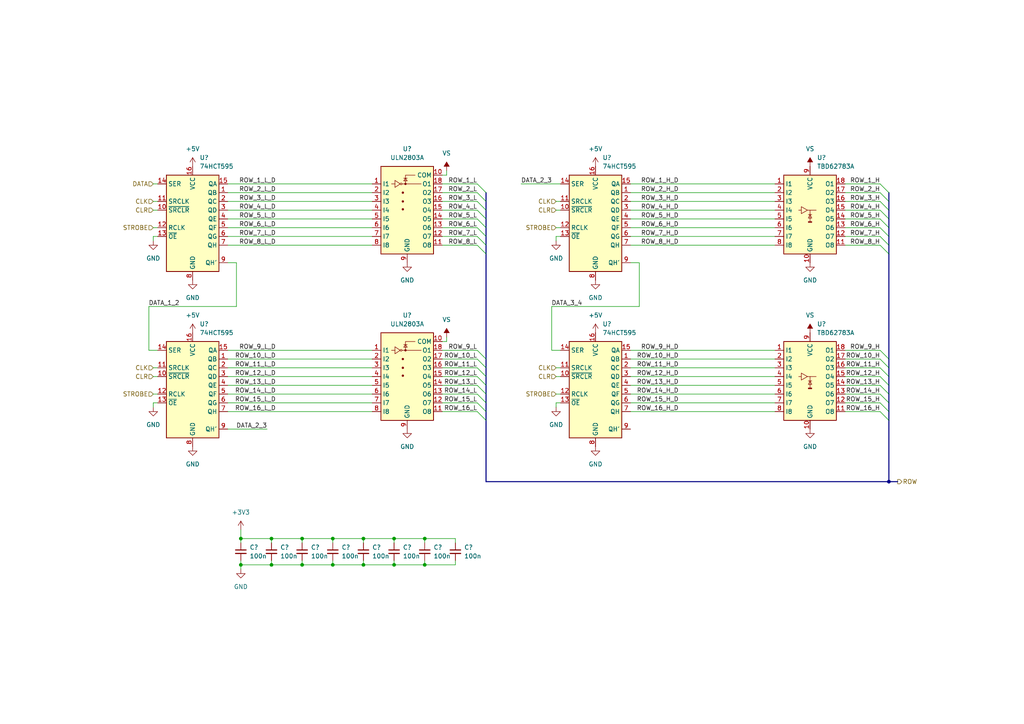
<source format=kicad_sch>
(kicad_sch (version 20211123) (generator eeschema)
  (paper "A4")
  (lib_symbols
    (symbol "74xx:74HC595"
      (property "Reference" "U" (at -7.62 13.97 0))
      (property "Value" "74HC595" (at -7.62 -16.51 0))
      (symbol "74HC595_1_0"
        (pin tri_state line (at 10.16 7.62 180) (length 2.54) (name "QB") (number "1"))
        (pin input line (at -10.16 2.54 0) (length 2.54) (name "~{SRCLR}") (number "10"))
        (pin input line (at -10.16 5.08 0) (length 2.54) (name "SRCLK") (number "11"))
        (pin input line (at -10.16 -2.54 0) (length 2.54) (name "RCLK") (number "12"))
        (pin input line (at -10.16 -5.08 0) (length 2.54) (name "~{OE}") (number "13"))
        (pin input line (at -10.16 10.16 0) (length 2.54) (name "SER") (number "14"))
        (pin tri_state line (at 10.16 10.16 180) (length 2.54) (name "QA") (number "15"))
        (pin power_in line (at 0 15.24 270) (length 2.54) (name "VCC") (number "16"))
        (pin tri_state line (at 10.16 5.08 180) (length 2.54) (name "QC") (number "2"))
        (pin tri_state line (at 10.16 2.54 180) (length 2.54) (name "QD") (number "3"))
        (pin tri_state line (at 10.16 0 180) (length 2.54) (name "QE") (number "4"))
        (pin tri_state line (at 10.16 -2.54 180) (length 2.54) (name "QF") (number "5"))
        (pin tri_state line (at 10.16 -5.08 180) (length 2.54) (name "QG") (number "6"))
        (pin tri_state line (at 10.16 -7.62 180) (length 2.54) (name "QH") (number "7"))
        (pin power_in line (at 0 -17.78 90) (length 2.54) (name "GND") (number "8"))
        (pin output line (at 10.16 -12.7 180) (length 2.54) (name "QH'") (number "9"))
      )
      (symbol "74HC595_1_1"
        (rectangle (start -7.62 12.7) (end 7.62 -15.24) (stroke (width 0.254)) (fill (type background)))
      )
    )
    (symbol "Device:C_Small" (pin_numbers hide) (pin_names (offset 0.254) hide)
      (property "Reference" "C" (at 0.254 1.778 0))
      (property "Value" "C_Small" (at 0.254 -2.032 0))
      (symbol "C_Small_0_1"
        (polyline (pts (xy -1.524 -0.508) (xy 1.524 -0.508)) (stroke (width 0.3302)))
        (polyline (pts (xy -1.524 0.508) (xy 1.524 0.508)) (stroke (width 0.3048)))
      )
      (symbol "C_Small_1_1"
        (pin passive line (at 0 2.54 270) (length 2.032) (name "~") (number "1"))
        (pin passive line (at 0 -2.54 90) (length 2.032) (name "~") (number "2"))
      )
    )
    (symbol "Transistor_Array:TBD62783A"
      (property "Reference" "U" (at -7.62 11.43 0))
      (property "Value" "TBD62783A" (at 1.27 11.43 0))
      (symbol "TBD62783A_0_1"
        (rectangle (start -7.62 10.16) (end 7.62 -12.7) (stroke (width 0.254)) (fill (type background)))
        (rectangle (start -0.508 -3.302) (end 0.508 -3.556) (fill (type outline)))
        (polyline (pts (xy -1.778 -2.794) (xy -1.778 -2.794)) (stroke (width 0.254)))
        (polyline (pts (xy -1.778 -2.032) (xy -1.778 -2.032)) (stroke (width 0.254)))
        (polyline (pts (xy -1.778 -1.27) (xy -1.778 -1.27)) (stroke (width 0.254)))
        (polyline (pts (xy -1.778 1.27) (xy -1.778 1.27)) (stroke (width 0.254)))
        (polyline (pts (xy -1.778 2.032) (xy -1.778 2.032)) (stroke (width 0.254)))
        (polyline (pts (xy -1.778 2.794) (xy -1.778 2.794)) (stroke (width 0.254)))
        (polyline (pts (xy -0.762 0) (xy 1.778 0)))
        (polyline (pts (xy -0.508 -1.27) (xy 0.508 -1.27)))
        (polyline (pts (xy 0 0) (xy 0 -3.302)))
        (polyline (pts (xy 0 0) (xy 0 0)) (stroke (width 0.508)))
        (polyline (pts (xy 0 -1.27) (xy -0.508 -2.286) (xy 0.508 -2.286) (xy 0 -1.27)))
        (polyline (pts (xy -3.302 0) (xy -2.54 0) (xy -2.54 1.016) (xy -0.762 0) (xy -2.54 -1.016) (xy -2.54 0)))
      )
      (symbol "TBD62783A_1_1"
        (pin input line (at -10.16 7.62 0) (length 2.54) (name "I1") (number "1"))
        (pin power_in line (at 0 -15.24 90) (length 2.54) (name "GND") (number "10"))
        (pin open_emitter line (at 10.16 -10.16 180) (length 2.54) (name "O8") (number "11"))
        (pin open_emitter line (at 10.16 -7.62 180) (length 2.54) (name "O7") (number "12"))
        (pin open_emitter line (at 10.16 -5.08 180) (length 2.54) (name "O6") (number "13"))
        (pin open_emitter line (at 10.16 -2.54 180) (length 2.54) (name "O5") (number "14"))
        (pin open_emitter line (at 10.16 0 180) (length 2.54) (name "O4") (number "15"))
        (pin open_emitter line (at 10.16 2.54 180) (length 2.54) (name "O3") (number "16"))
        (pin open_emitter line (at 10.16 5.08 180) (length 2.54) (name "O2") (number "17"))
        (pin open_emitter line (at 10.16 7.62 180) (length 2.54) (name "O1") (number "18"))
        (pin input line (at -10.16 5.08 0) (length 2.54) (name "I2") (number "2"))
        (pin input line (at -10.16 2.54 0) (length 2.54) (name "I3") (number "3"))
        (pin input line (at -10.16 0 0) (length 2.54) (name "I4") (number "4"))
        (pin input line (at -10.16 -2.54 0) (length 2.54) (name "I5") (number "5"))
        (pin input line (at -10.16 -5.08 0) (length 2.54) (name "I6") (number "6"))
        (pin input line (at -10.16 -7.62 0) (length 2.54) (name "I7") (number "7"))
        (pin input line (at -10.16 -10.16 0) (length 2.54) (name "I8") (number "8"))
        (pin power_in line (at 0 12.7 270) (length 2.54) (name "VCC") (number "9"))
      )
    )
    (symbol "Transistor_Array:ULN2803A"
      (property "Reference" "U" (at 0 13.335 0))
      (property "Value" "ULN2803A" (at 0 11.43 0))
      (symbol "ULN2803A_0_1"
        (rectangle (start -7.62 -15.24) (end 7.62 10.16) (stroke (width 0.254)) (fill (type background)))
        (circle (center -1.778 5.08) (radius 0.254))
        (circle (center -1.27 -2.286) (radius 0.254) (fill (type outline)))
        (circle (center -1.27 0) (radius 0.254) (fill (type outline)))
        (circle (center -1.27 2.54) (radius 0.254) (fill (type outline)))
        (circle (center -0.508 5.08) (radius 0.254) (fill (type outline)))
        (polyline (pts (xy -4.572 5.08) (xy -3.556 5.08)))
        (polyline (pts (xy -1.524 5.08) (xy 4.064 5.08)))
        (polyline (pts (xy 0 6.731) (xy -1.016 6.731)))
        (polyline (pts (xy -0.508 5.08) (xy -0.508 7.62) (xy 2.286 7.62)))
        (polyline (pts (xy -3.556 6.096) (xy -3.556 4.064) (xy -2.032 5.08) (xy -3.556 6.096)))
        (polyline (pts (xy 0 5.969) (xy -1.016 5.969) (xy -0.508 6.731) (xy 0 5.969)))
      )
      (symbol "ULN2803A_1_1"
        (pin input line (at -10.16 5.08 0) (length 2.54) (name "I1") (number "1"))
        (pin passive line (at 10.16 7.62 180) (length 2.54) (name "COM") (number "10"))
        (pin open_collector line (at 10.16 -12.7 180) (length 2.54) (name "O8") (number "11"))
        (pin open_collector line (at 10.16 -10.16 180) (length 2.54) (name "O7") (number "12"))
        (pin open_collector line (at 10.16 -7.62 180) (length 2.54) (name "O6") (number "13"))
        (pin open_collector line (at 10.16 -5.08 180) (length 2.54) (name "O5") (number "14"))
        (pin open_collector line (at 10.16 -2.54 180) (length 2.54) (name "O4") (number "15"))
        (pin open_collector line (at 10.16 0 180) (length 2.54) (name "O3") (number "16"))
        (pin open_collector line (at 10.16 2.54 180) (length 2.54) (name "O2") (number "17"))
        (pin open_collector line (at 10.16 5.08 180) (length 2.54) (name "O1") (number "18"))
        (pin input line (at -10.16 2.54 0) (length 2.54) (name "I2") (number "2"))
        (pin input line (at -10.16 0 0) (length 2.54) (name "I3") (number "3"))
        (pin input line (at -10.16 -2.54 0) (length 2.54) (name "I4") (number "4"))
        (pin input line (at -10.16 -5.08 0) (length 2.54) (name "I5") (number "5"))
        (pin input line (at -10.16 -7.62 0) (length 2.54) (name "I6") (number "6"))
        (pin input line (at -10.16 -10.16 0) (length 2.54) (name "I7") (number "7"))
        (pin input line (at -10.16 -12.7 0) (length 2.54) (name "I8") (number "8"))
        (pin power_in line (at 0 -17.78 90) (length 2.54) (name "GND") (number "9"))
      )
    )
    (symbol "power:+3V3" (power) (pin_names (offset 0))
      (property "Value" "+3V3" (at 0 3.556 0))
      (symbol "+3V3_0_1"
        (polyline (pts (xy -0.762 1.27) (xy 0 2.54)))
        (polyline (pts (xy 0 0) (xy 0 2.54)))
        (polyline (pts (xy 0 2.54) (xy 0.762 1.27)))
      )
      (symbol "+3V3_1_1"
        (pin power_in line (at 0 0 90) (length 0) hide (name "+3V3") (number "1"))
      )
    )
    (symbol "power:+5V" (power) (pin_names (offset 0))
      (property "Value" "+5V" (at 0 3.556 0))
      (symbol "+5V_0_1"
        (polyline (pts (xy -0.762 1.27) (xy 0 2.54)))
        (polyline (pts (xy 0 0) (xy 0 2.54)))
        (polyline (pts (xy 0 2.54) (xy 0.762 1.27)))
      )
      (symbol "+5V_1_1"
        (pin power_in line (at 0 0 90) (length 0) hide (name "+5V") (number "1"))
      )
    )
    (symbol "power:GND" (power) (pin_names (offset 0))
      (property "Value" "GND" (at 0 -3.81 0))
      (symbol "GND_0_1"
        (polyline (pts (xy 0 0) (xy 0 -1.27) (xy 1.27 -1.27) (xy 0 -2.54) (xy -1.27 -1.27) (xy 0 -1.27)))
      )
      (symbol "GND_1_1"
        (pin power_in line (at 0 0 270) (length 0) hide (name "GND") (number "1"))
      )
    )
    (symbol "power:VS" (power) (pin_names (offset 0))
      (property "Value" "VS" (at 0 3.81 0))
      (symbol "VS_0_1"
        (polyline (pts (xy 0 0) (xy 0 2.54)))
        (polyline (pts (xy 0.762 1.27) (xy -0.762 1.27) (xy 0 2.54) (xy 0.762 1.27)) (fill (type outline)))
      )
      (symbol "VS_1_1"
        (pin power_in line (at 0 0 90) (length 0) hide (name "VS") (number "1"))
      )
    )
  )
  (junction (at 87.63 156.21))
  (junction (at 69.85 156.21))
  (junction (at 96.52 156.21))
  (junction (at 123.19 156.21))
  (junction (at 257.81 139.7))
  (junction (at 105.41 163.83))
  (junction (at 69.85 163.83))
  (junction (at 96.52 163.83))
  (junction (at 78.74 156.21))
  (junction (at 87.63 163.83))
  (junction (at 78.74 163.83))
  (junction (at 105.41 156.21))
  (junction (at 114.3 156.21))
  (junction (at 123.19 163.83))
  (junction (at 114.3 163.83))
  (bus_entry (at 138.43 60.96) (size 2.54 2.54))
  (bus_entry (at 138.43 63.5) (size 2.54 2.54))
  (bus_entry (at 138.43 58.42) (size 2.54 2.54))
  (bus_entry (at 138.43 68.58) (size 2.54 2.54))
  (bus_entry (at 138.43 66.04) (size 2.54 2.54))
  (bus_entry (at 138.43 71.12) (size 2.54 2.54))
  (bus_entry (at 138.43 55.88) (size 2.54 2.54))
  (bus_entry (at 138.43 53.34) (size 2.54 2.54))
  (bus_entry (at 255.27 63.5) (size 2.54 2.54))
  (bus_entry (at 255.27 66.04) (size 2.54 2.54))
  (bus_entry (at 255.27 104.14) (size 2.54 2.54))
  (bus_entry (at 255.27 60.96) (size 2.54 2.54))
  (bus_entry (at 255.27 114.3) (size 2.54 2.54))
  (bus_entry (at 138.43 114.3) (size 2.54 2.54))
  (bus_entry (at 255.27 58.42) (size 2.54 2.54))
  (bus_entry (at 138.43 119.38) (size 2.54 2.54))
  (bus_entry (at 255.27 68.58) (size 2.54 2.54))
  (bus_entry (at 255.27 71.12) (size 2.54 2.54))
  (bus_entry (at 138.43 104.14) (size 2.54 2.54))
  (bus_entry (at 255.27 111.76) (size 2.54 2.54))
  (bus_entry (at 255.27 53.34) (size 2.54 2.54))
  (bus_entry (at 255.27 55.88) (size 2.54 2.54))
  (bus_entry (at 255.27 119.38) (size 2.54 2.54))
  (bus_entry (at 138.43 109.22) (size 2.54 2.54))
  (bus_entry (at 138.43 111.76) (size 2.54 2.54))
  (bus_entry (at 138.43 106.68) (size 2.54 2.54))
  (bus_entry (at 255.27 101.6) (size 2.54 2.54))
  (bus_entry (at 255.27 109.22) (size 2.54 2.54))
  (bus_entry (at 255.27 116.84) (size 2.54 2.54))
  (bus_entry (at 138.43 116.84) (size 2.54 2.54))
  (bus_entry (at 255.27 106.68) (size 2.54 2.54))
  (bus_entry (at 138.43 101.6) (size 2.54 2.54))
  (wire (pts (xy 69.85 162.56) (xy 69.85 163.83)))
  (wire (pts (xy 161.29 68.58) (xy 161.29 69.85)))
  (wire (pts (xy 105.41 157.48) (xy 105.41 156.21)))
  (wire (pts (xy 44.45 58.42) (xy 45.72 58.42)))
  (wire (pts (xy 66.04 124.46) (xy 77.47 124.46)))
  (wire (pts (xy 182.88 119.38) (xy 224.79 119.38)))
  (wire (pts (xy 182.88 71.12) (xy 224.79 71.12)))
  (wire (pts (xy 245.11 101.6) (xy 255.27 101.6)))
  (wire (pts (xy 245.11 104.14) (xy 255.27 104.14)))
  (bus (pts (xy 257.81 58.42) (xy 257.81 60.96)))
  (bus (pts (xy 257.81 116.84) (xy 257.81 119.38)))
  (wire (pts (xy 161.29 109.22) (xy 162.56 109.22)))
  (wire (pts (xy 160.02 88.9) (xy 160.02 101.6)))
  (bus (pts (xy 257.81 63.5) (xy 257.81 66.04)))
  (wire (pts (xy 66.04 111.76) (xy 107.95 111.76)))
  (wire (pts (xy 162.56 116.84) (xy 161.29 116.84)))
  (wire (pts (xy 245.11 111.76) (xy 255.27 111.76)))
  (wire (pts (xy 161.29 66.04) (xy 162.56 66.04)))
  (bus (pts (xy 257.81 71.12) (xy 257.81 73.66)))
  (wire (pts (xy 245.11 71.12) (xy 255.27 71.12)))
  (wire (pts (xy 69.85 157.48) (xy 69.85 156.21)))
  (bus (pts (xy 140.97 114.3) (xy 140.97 116.84)))
  (bus (pts (xy 140.97 116.84) (xy 140.97 119.38)))
  (wire (pts (xy 87.63 163.83) (xy 96.52 163.83)))
  (wire (pts (xy 129.54 97.79) (xy 129.54 99.06)))
  (wire (pts (xy 66.04 53.34) (xy 107.95 53.34)))
  (wire (pts (xy 128.27 109.22) (xy 138.43 109.22)))
  (wire (pts (xy 245.11 63.5) (xy 255.27 63.5)))
  (wire (pts (xy 44.45 53.34) (xy 45.72 53.34)))
  (wire (pts (xy 182.88 76.2) (xy 185.42 76.2)))
  (wire (pts (xy 245.11 53.34) (xy 255.27 53.34)))
  (bus (pts (xy 140.97 119.38) (xy 140.97 121.92)))
  (wire (pts (xy 66.04 55.88) (xy 107.95 55.88)))
  (bus (pts (xy 140.97 63.5) (xy 140.97 66.04)))
  (wire (pts (xy 96.52 157.48) (xy 96.52 156.21)))
  (wire (pts (xy 114.3 156.21) (xy 105.41 156.21)))
  (wire (pts (xy 129.54 49.53) (xy 129.54 50.8)))
  (wire (pts (xy 162.56 68.58) (xy 161.29 68.58)))
  (bus (pts (xy 140.97 66.04) (xy 140.97 68.58)))
  (wire (pts (xy 78.74 162.56) (xy 78.74 163.83)))
  (wire (pts (xy 44.45 66.04) (xy 45.72 66.04)))
  (wire (pts (xy 105.41 163.83) (xy 114.3 163.83)))
  (wire (pts (xy 96.52 163.83) (xy 105.41 163.83)))
  (bus (pts (xy 140.97 68.58) (xy 140.97 71.12)))
  (wire (pts (xy 129.54 99.06) (xy 128.27 99.06)))
  (bus (pts (xy 257.81 139.7) (xy 140.97 139.7)))
  (wire (pts (xy 245.11 114.3) (xy 255.27 114.3)))
  (wire (pts (xy 66.04 63.5) (xy 107.95 63.5)))
  (wire (pts (xy 182.88 66.04) (xy 224.79 66.04)))
  (bus (pts (xy 140.97 111.76) (xy 140.97 114.3)))
  (wire (pts (xy 66.04 106.68) (xy 107.95 106.68)))
  (wire (pts (xy 132.08 157.48) (xy 132.08 156.21)))
  (wire (pts (xy 161.29 114.3) (xy 162.56 114.3)))
  (bus (pts (xy 140.97 71.12) (xy 140.97 73.66)))
  (wire (pts (xy 128.27 71.12) (xy 138.43 71.12)))
  (wire (pts (xy 128.27 114.3) (xy 138.43 114.3)))
  (wire (pts (xy 128.27 106.68) (xy 138.43 106.68)))
  (wire (pts (xy 245.11 119.38) (xy 255.27 119.38)))
  (wire (pts (xy 162.56 53.34) (xy 151.13 53.34)))
  (bus (pts (xy 257.81 106.68) (xy 257.81 109.22)))
  (wire (pts (xy 44.45 68.58) (xy 44.45 69.85)))
  (wire (pts (xy 45.72 68.58) (xy 44.45 68.58)))
  (wire (pts (xy 161.29 116.84) (xy 161.29 118.11)))
  (wire (pts (xy 44.45 106.68) (xy 45.72 106.68)))
  (bus (pts (xy 257.81 114.3) (xy 257.81 116.84)))
  (wire (pts (xy 66.04 68.58) (xy 107.95 68.58)))
  (wire (pts (xy 182.88 114.3) (xy 224.79 114.3)))
  (wire (pts (xy 69.85 153.67) (xy 69.85 156.21)))
  (bus (pts (xy 257.81 119.38) (xy 257.81 121.92)))
  (bus (pts (xy 257.81 139.7) (xy 260.35 139.7)))
  (wire (pts (xy 66.04 119.38) (xy 107.95 119.38)))
  (wire (pts (xy 185.42 76.2) (xy 185.42 88.9)))
  (wire (pts (xy 182.88 58.42) (xy 224.79 58.42)))
  (wire (pts (xy 182.88 116.84) (xy 224.79 116.84)))
  (wire (pts (xy 182.88 104.14) (xy 224.79 104.14)))
  (wire (pts (xy 68.58 88.9) (xy 43.18 88.9)))
  (bus (pts (xy 257.81 68.58) (xy 257.81 71.12)))
  (wire (pts (xy 123.19 163.83) (xy 132.08 163.83)))
  (bus (pts (xy 257.81 55.88) (xy 257.81 58.42)))
  (wire (pts (xy 44.45 116.84) (xy 44.45 118.11)))
  (bus (pts (xy 257.81 111.76) (xy 257.81 114.3)))
  (wire (pts (xy 128.27 116.84) (xy 138.43 116.84)))
  (wire (pts (xy 128.27 119.38) (xy 138.43 119.38)))
  (wire (pts (xy 44.45 114.3) (xy 45.72 114.3)))
  (wire (pts (xy 78.74 157.48) (xy 78.74 156.21)))
  (wire (pts (xy 132.08 156.21) (xy 123.19 156.21)))
  (bus (pts (xy 140.97 58.42) (xy 140.97 60.96)))
  (wire (pts (xy 123.19 157.48) (xy 123.19 156.21)))
  (bus (pts (xy 257.81 60.96) (xy 257.81 63.5)))
  (wire (pts (xy 129.54 50.8) (xy 128.27 50.8)))
  (wire (pts (xy 245.11 106.68) (xy 255.27 106.68)))
  (wire (pts (xy 245.11 68.58) (xy 255.27 68.58)))
  (wire (pts (xy 161.29 106.68) (xy 162.56 106.68)))
  (bus (pts (xy 257.81 121.92) (xy 257.81 139.7)))
  (wire (pts (xy 45.72 116.84) (xy 44.45 116.84)))
  (wire (pts (xy 182.88 68.58) (xy 224.79 68.58)))
  (wire (pts (xy 43.18 88.9) (xy 43.18 101.6)))
  (wire (pts (xy 78.74 163.83) (xy 87.63 163.83)))
  (wire (pts (xy 160.02 101.6) (xy 162.56 101.6)))
  (wire (pts (xy 245.11 58.42) (xy 255.27 58.42)))
  (wire (pts (xy 66.04 60.96) (xy 107.95 60.96)))
  (wire (pts (xy 182.88 63.5) (xy 224.79 63.5)))
  (wire (pts (xy 245.11 109.22) (xy 255.27 109.22)))
  (wire (pts (xy 66.04 71.12) (xy 107.95 71.12)))
  (wire (pts (xy 87.63 156.21) (xy 78.74 156.21)))
  (wire (pts (xy 245.11 66.04) (xy 255.27 66.04)))
  (wire (pts (xy 128.27 58.42) (xy 138.43 58.42)))
  (wire (pts (xy 66.04 109.22) (xy 107.95 109.22)))
  (wire (pts (xy 105.41 162.56) (xy 105.41 163.83)))
  (bus (pts (xy 257.81 73.66) (xy 257.81 104.14)))
  (wire (pts (xy 245.11 116.84) (xy 255.27 116.84)))
  (wire (pts (xy 132.08 162.56) (xy 132.08 163.83)))
  (wire (pts (xy 123.19 156.21) (xy 114.3 156.21)))
  (wire (pts (xy 123.19 162.56) (xy 123.19 163.83)))
  (bus (pts (xy 140.97 60.96) (xy 140.97 63.5)))
  (wire (pts (xy 66.04 101.6) (xy 107.95 101.6)))
  (bus (pts (xy 257.81 109.22) (xy 257.81 111.76)))
  (wire (pts (xy 78.74 156.21) (xy 69.85 156.21)))
  (wire (pts (xy 87.63 157.48) (xy 87.63 156.21)))
  (wire (pts (xy 128.27 60.96) (xy 138.43 60.96)))
  (wire (pts (xy 161.29 58.42) (xy 162.56 58.42)))
  (wire (pts (xy 114.3 157.48) (xy 114.3 156.21)))
  (bus (pts (xy 140.97 139.7) (xy 140.97 121.92)))
  (wire (pts (xy 66.04 104.14) (xy 107.95 104.14)))
  (wire (pts (xy 43.18 101.6) (xy 45.72 101.6)))
  (wire (pts (xy 245.11 55.88) (xy 255.27 55.88)))
  (wire (pts (xy 128.27 111.76) (xy 138.43 111.76)))
  (wire (pts (xy 128.27 66.04) (xy 138.43 66.04)))
  (wire (pts (xy 128.27 101.6) (xy 138.43 101.6)))
  (wire (pts (xy 114.3 162.56) (xy 114.3 163.83)))
  (wire (pts (xy 128.27 53.34) (xy 138.43 53.34)))
  (wire (pts (xy 182.88 111.76) (xy 224.79 111.76)))
  (wire (pts (xy 69.85 165.1) (xy 69.85 163.83)))
  (wire (pts (xy 182.88 101.6) (xy 224.79 101.6)))
  (wire (pts (xy 182.88 60.96) (xy 224.79 60.96)))
  (wire (pts (xy 182.88 55.88) (xy 224.79 55.88)))
  (wire (pts (xy 114.3 163.83) (xy 123.19 163.83)))
  (wire (pts (xy 96.52 156.21) (xy 87.63 156.21)))
  (wire (pts (xy 66.04 66.04) (xy 107.95 66.04)))
  (wire (pts (xy 66.04 58.42) (xy 107.95 58.42)))
  (wire (pts (xy 69.85 163.83) (xy 78.74 163.83)))
  (wire (pts (xy 66.04 76.2) (xy 68.58 76.2)))
  (bus (pts (xy 140.97 109.22) (xy 140.97 111.76)))
  (bus (pts (xy 140.97 55.88) (xy 140.97 58.42)))
  (wire (pts (xy 66.04 116.84) (xy 107.95 116.84)))
  (bus (pts (xy 140.97 104.14) (xy 140.97 106.68)))
  (wire (pts (xy 245.11 60.96) (xy 255.27 60.96)))
  (wire (pts (xy 44.45 109.22) (xy 45.72 109.22)))
  (bus (pts (xy 140.97 73.66) (xy 140.97 104.14)))
  (bus (pts (xy 257.81 66.04) (xy 257.81 68.58)))
  (wire (pts (xy 182.88 106.68) (xy 224.79 106.68)))
  (wire (pts (xy 161.29 60.96) (xy 162.56 60.96)))
  (bus (pts (xy 257.81 104.14) (xy 257.81 106.68)))
  (wire (pts (xy 128.27 68.58) (xy 138.43 68.58)))
  (bus (pts (xy 140.97 106.68) (xy 140.97 109.22)))
  (wire (pts (xy 182.88 53.34) (xy 224.79 53.34)))
  (wire (pts (xy 105.41 156.21) (xy 96.52 156.21)))
  (wire (pts (xy 128.27 104.14) (xy 138.43 104.14)))
  (wire (pts (xy 96.52 162.56) (xy 96.52 163.83)))
  (wire (pts (xy 128.27 55.88) (xy 138.43 55.88)))
  (wire (pts (xy 182.88 109.22) (xy 224.79 109.22)))
  (wire (pts (xy 185.42 88.9) (xy 160.02 88.9)))
  (wire (pts (xy 44.45 60.96) (xy 45.72 60.96)))
  (wire (pts (xy 87.63 162.56) (xy 87.63 163.83)))
  (wire (pts (xy 128.27 63.5) (xy 138.43 63.5)))
  (wire (pts (xy 66.04 114.3) (xy 107.95 114.3)))
  (wire (pts (xy 68.58 76.2) (xy 68.58 88.9)))
  (label "ROW_8_L_D" (at 80.01 71.12 180))
  (label "ROW_11_H" (at 255.27 106.68 180))
  (label "DATA_2_3" (at 151.13 53.34 0))
  (label "ROW_16_H_D" (at 196.85 119.38 180))
  (label "ROW_2_H_D" (at 196.85 55.88 180))
  (label "ROW_14_L_D" (at 80.01 114.3 180))
  (label "ROW_5_L" (at 138.43 63.5 180))
  (label "ROW_11_L" (at 138.43 106.68 180))
  (label "ROW_10_L_D" (at 80.01 104.14 180))
  (label "ROW_16_H" (at 255.27 119.38 180))
  (label "ROW_15_L" (at 138.43 116.84 180))
  (label "ROW_12_H_D" (at 196.85 109.22 180))
  (label "ROW_6_H" (at 255.27 66.04 180))
  (label "ROW_14_H_D" (at 196.85 114.3 180))
  (label "ROW_5_L_D" (at 80.01 63.5 180))
  (label "ROW_9_H_D" (at 196.85 101.6 180))
  (label "ROW_9_L_D" (at 80.01 101.6 180))
  (label "ROW_3_H" (at 255.27 58.42 180))
  (label "ROW_2_H" (at 255.27 55.88 180))
  (label "ROW_8_L" (at 138.43 71.12 180))
  (label "ROW_1_L_D" (at 80.01 53.34 180))
  (label "ROW_15_H_D" (at 196.85 116.84 180))
  (label "DATA_2_3" (at 77.47 124.46 180))
  (label "ROW_4_H_D" (at 196.85 60.96 180))
  (label "ROW_7_L" (at 138.43 68.58 180))
  (label "ROW_9_L" (at 138.43 101.6 180))
  (label "ROW_6_H_D" (at 196.85 66.04 180))
  (label "ROW_16_L" (at 138.43 119.38 180))
  (label "ROW_8_H_D" (at 196.85 71.12 180))
  (label "ROW_11_L_D" (at 80.01 106.68 180))
  (label "ROW_4_H" (at 255.27 60.96 180))
  (label "ROW_13_H_D" (at 196.85 111.76 180))
  (label "ROW_10_H_D" (at 196.85 104.14 180))
  (label "ROW_9_H" (at 255.27 101.6 180))
  (label "ROW_16_L_D" (at 80.01 119.38 180))
  (label "ROW_12_L" (at 138.43 109.22 180))
  (label "ROW_1_H" (at 255.27 53.34 180))
  (label "ROW_15_H" (at 255.27 116.84 180))
  (label "ROW_7_H" (at 255.27 68.58 180))
  (label "ROW_11_H_D" (at 196.85 106.68 180))
  (label "ROW_4_L_D" (at 80.01 60.96 180))
  (label "ROW_7_L_D" (at 80.01 68.58 180))
  (label "ROW_10_L" (at 138.43 104.14 180))
  (label "ROW_6_L" (at 138.43 66.04 180))
  (label "ROW_10_H" (at 255.27 104.14 180))
  (label "ROW_12_L_D" (at 80.01 109.22 180))
  (label "ROW_14_H" (at 255.27 114.3 180))
  (label "DATA_1_2" (at 52.07 88.9 180))
  (label "ROW_12_H" (at 255.27 109.22 180))
  (label "ROW_3_H_D" (at 196.85 58.42 180))
  (label "ROW_1_L" (at 138.43 53.34 180))
  (label "ROW_13_L_D" (at 80.01 111.76 180))
  (label "ROW_3_L_D" (at 80.01 58.42 180))
  (label "ROW_14_L" (at 138.43 114.3 180))
  (label "ROW_2_L" (at 138.43 55.88 180))
  (label "ROW_2_L_D" (at 80.01 55.88 180))
  (label "ROW_13_H" (at 255.27 111.76 180))
  (label "ROW_5_H" (at 255.27 63.5 180))
  (label "ROW_13_L" (at 138.43 111.76 180))
  (label "ROW_15_L_D" (at 80.01 116.84 180))
  (label "ROW_5_H_D" (at 196.85 63.5 180))
  (label "ROW_1_H_D" (at 196.85 53.34 180))
  (label "ROW_4_L" (at 138.43 60.96 180))
  (label "ROW_6_L_D" (at 80.01 66.04 180))
  (label "DATA_3_4" (at 168.91 88.9 180))
  (label "ROW_7_H_D" (at 196.85 68.58 180))
  (label "ROW_3_L" (at 138.43 58.42 180))
  (label "ROW_8_H" (at 255.27 71.12 180))
  (hierarchical_label "STROBE" (shape input) (at 161.29 114.3 180))
  (hierarchical_label "CLK" (shape input) (at 44.45 106.68 180))
  (hierarchical_label "CLK" (shape input) (at 161.29 106.68 180))
  (hierarchical_label "CLR" (shape input) (at 44.45 60.96 180))
  (hierarchical_label "STROBE" (shape input) (at 44.45 66.04 180))
  (hierarchical_label "ROW" (shape output) (at 260.35 139.7 0))
  (hierarchical_label "STROBE" (shape input) (at 161.29 66.04 180))
  (hierarchical_label "CLK" (shape input) (at 161.29 58.42 180))
  (hierarchical_label "STROBE" (shape input) (at 44.45 114.3 180))
  (hierarchical_label "CLR" (shape input) (at 161.29 60.96 180))
  (hierarchical_label "DATA" (shape input) (at 44.45 53.34 180))
  (hierarchical_label "CLK" (shape input) (at 44.45 58.42 180))
  (hierarchical_label "CLR" (shape input) (at 161.29 109.22 180))
  (hierarchical_label "CLR" (shape input) (at 44.45 109.22 180))
  (symbol (lib_id "power:+5V") (at 172.72 48.26 0) (unit 1)
    (property "Reference" "#PWR?" (effects hide))
    (property "Value" "+5V" (at 172.72 43.18 0))
  )
  (symbol (lib_id "74xx:74HC595") (at 55.88 63.5 0) (unit 1)
    (property "Reference" "U?" (at 57.8994 45.72 0) (effects (justify left)))
    (property "Value" "74HCT595" (at 57.8994 48.26 0) (effects (justify left)))
    (property "Datasheet" "http://www.ti.com/lit/ds/symlink/sn74hc595.pdf" (effects hide))
  )
  (symbol (lib_id "power:+5V") (at 172.72 96.52 0) (unit 1)
    (property "Reference" "#PWR?" (effects hide))
    (property "Value" "+5V" (at 172.72 91.44 0))
  )
  (symbol (lib_id "power:GND") (at 161.29 69.85 0) (unit 1)
    (property "Reference" "#PWR?" (effects hide))
    (property "Value" "GND" (at 161.29 74.93 0))
  )
  (symbol (lib_id "Device:C_Small") (at 132.08 160.02 0) (unit 1)
    (property "Reference" "C?" (at 134.62 158.7562 0) (effects (justify left)))
    (property "Value" "100n" (at 134.62 161.2962 0) (effects (justify left)))
  )
  (symbol (lib_id "power:GND") (at 118.11 124.46 0) (unit 1)
    (property "Reference" "#PWR0112" (effects hide))
    (property "Value" "GND" (at 118.11 129.54 0))
  )
  (symbol (lib_id "power:GND") (at 44.45 69.85 0) (unit 1)
    (property "Reference" "#PWR?" (effects hide))
    (property "Value" "GND" (at 44.45 74.93 0))
  )
  (symbol (lib_id "power:GND") (at 161.29 118.11 0) (unit 1)
    (property "Reference" "#PWR?" (effects hide))
    (property "Value" "GND" (at 161.29 123.19 0))
  )
  (symbol (lib_id "Device:C_Small") (at 69.85 160.02 0) (unit 1)
    (property "Reference" "C?" (at 72.39 158.7562 0) (effects (justify left)))
    (property "Value" "100n" (at 72.39 161.2962 0) (effects (justify left)))
  )
  (symbol (lib_id "power:GND") (at 118.11 76.2 0) (unit 1)
    (property "Reference" "#PWR0111" (effects hide))
    (property "Value" "GND" (at 118.11 81.28 0))
  )
  (symbol (lib_id "power:GND") (at 172.72 81.28 0) (unit 1)
    (property "Reference" "#PWR?" (effects hide))
    (property "Value" "GND" (at 172.72 86.36 0))
  )
  (symbol (lib_id "74xx:74HC595") (at 172.72 63.5 0) (unit 1)
    (property "Reference" "U?" (at 174.7394 45.72 0) (effects (justify left)))
    (property "Value" "74HCT595" (at 174.7394 48.26 0) (effects (justify left)))
    (property "Datasheet" "http://www.ti.com/lit/ds/symlink/sn74hc595.pdf" (effects hide))
  )
  (symbol (lib_id "Transistor_Array:ULN2803A") (at 118.11 106.68 0) (unit 1)
    (property "Reference" "U?" (at 118.11 91.44 0))
    (property "Value" "ULN2803A" (at 118.11 93.98 0))
    (property "Datasheet" "http://www.ti.com/lit/ds/symlink/uln2803a.pdf" (effects hide))
  )
  (symbol (lib_id "Device:C_Small") (at 123.19 160.02 0) (unit 1)
    (property "Reference" "C?" (at 125.73 158.7562 0) (effects (justify left)))
    (property "Value" "100n" (at 125.73 161.2962 0) (effects (justify left)))
  )
  (symbol (lib_id "power:VS") (at 234.95 96.52 0) (unit 1)
    (property "Reference" "#PWR?" (effects hide))
    (property "Value" "VS" (at 234.95 91.44 0))
  )
  (symbol (lib_id "power:GND") (at 234.95 124.46 0) (unit 1)
    (property "Reference" "#PWR?" (effects hide))
    (property "Value" "GND" (at 234.95 129.54 0))
  )
  (symbol (lib_id "power:GND") (at 234.95 76.2 0) (unit 1)
    (property "Reference" "#PWR?" (effects hide))
    (property "Value" "GND" (at 234.95 81.28 0))
  )
  (symbol (lib_id "power:+3V3") (at 69.85 153.67 0) (unit 1)
    (property "Reference" "#PWR?" (effects hide))
    (property "Value" "+3V3" (at 69.85 148.59 0))
  )
  (symbol (lib_id "power:GND") (at 55.88 129.54 0) (unit 1)
    (property "Reference" "#PWR?" (effects hide))
    (property "Value" "GND" (at 55.88 134.62 0))
  )
  (symbol (lib_id "Transistor_Array:ULN2803A") (at 118.11 58.42 0) (unit 1)
    (property "Reference" "U?" (at 118.11 43.18 0))
    (property "Value" "ULN2803A" (at 118.11 45.72 0))
    (property "Datasheet" "http://www.ti.com/lit/ds/symlink/uln2803a.pdf" (effects hide))
  )
  (symbol (lib_id "Transistor_Array:TBD62783A") (at 234.95 109.22 0) (unit 1)
    (property "Reference" "U?" (at 236.9694 93.98 0) (effects (justify left)))
    (property "Value" "TBD62783A" (at 236.9694 96.52 0) (effects (justify left)))
    (property "Datasheet" "http://toshiba.semicon-storage.com/info/docget.jsp?did=30523&prodName=TBD62783APG" (effects hide))
  )
  (symbol (lib_id "74xx:74HC595") (at 172.72 111.76 0) (unit 1)
    (property "Reference" "U?" (at 174.7394 93.98 0) (effects (justify left)))
    (property "Value" "74HCT595" (at 174.7394 96.52 0) (effects (justify left)))
    (property "Datasheet" "http://www.ti.com/lit/ds/symlink/sn74hc595.pdf" (effects hide))
  )
  (symbol (lib_id "power:+5V") (at 55.88 48.26 0) (unit 1)
    (property "Reference" "#PWR?" (effects hide))
    (property "Value" "+5V" (at 55.88 43.18 0))
  )
  (symbol (lib_id "power:GND") (at 55.88 81.28 0) (unit 1)
    (property "Reference" "#PWR?" (effects hide))
    (property "Value" "GND" (at 55.88 86.36 0))
  )
  (symbol (lib_id "Device:C_Small") (at 78.74 160.02 0) (unit 1)
    (property "Reference" "C?" (at 81.28 158.7562 0) (effects (justify left)))
    (property "Value" "100n" (at 81.28 161.2962 0) (effects (justify left)))
  )
  (symbol (lib_id "power:VS") (at 234.95 48.26 0) (unit 1)
    (property "Reference" "#PWR?" (effects hide))
    (property "Value" "VS" (at 234.95 43.18 0))
  )
  (symbol (lib_id "power:+5V") (at 55.88 96.52 0) (unit 1)
    (property "Reference" "#PWR?" (effects hide))
    (property "Value" "+5V" (at 55.88 91.44 0))
  )
  (symbol (lib_id "Device:C_Small") (at 96.52 160.02 0) (unit 1)
    (property "Reference" "C?" (at 99.06 158.7562 0) (effects (justify left)))
    (property "Value" "100n" (at 99.06 161.2962 0) (effects (justify left)))
  )
  (symbol (lib_id "Device:C_Small") (at 114.3 160.02 0) (unit 1)
    (property "Reference" "C?" (at 116.84 158.7562 0) (effects (justify left)))
    (property "Value" "100n" (at 116.84 161.2962 0) (effects (justify left)))
  )
  (symbol (lib_id "power:VS") (at 129.54 97.79 0) (unit 1)
    (property "Reference" "#PWR?" (effects hide))
    (property "Value" "VS" (at 129.54 92.71 0))
  )
  (symbol (lib_id "Device:C_Small") (at 87.63 160.02 0) (unit 1)
    (property "Reference" "C?" (at 90.17 158.7562 0) (effects (justify left)))
    (property "Value" "100n" (at 90.17 161.2962 0) (effects (justify left)))
  )
  (symbol (lib_id "Transistor_Array:TBD62783A") (at 234.95 60.96 0) (unit 1)
    (property "Reference" "U?" (at 236.9694 45.72 0) (effects (justify left)))
    (property "Value" "TBD62783A" (at 236.9694 48.26 0) (effects (justify left)))
    (property "Datasheet" "http://toshiba.semicon-storage.com/info/docget.jsp?did=30523&prodName=TBD62783APG" (effects hide))
  )
  (symbol (lib_id "74xx:74HC595") (at 55.88 111.76 0) (unit 1)
    (property "Reference" "U?" (at 57.8994 93.98 0) (effects (justify left)))
    (property "Value" "74HCT595" (at 57.8994 96.52 0) (effects (justify left)))
    (property "Datasheet" "http://www.ti.com/lit/ds/symlink/sn74hc595.pdf" (effects hide))
  )
  (symbol (lib_id "power:GND") (at 172.72 129.54 0) (unit 1)
    (property "Reference" "#PWR?" (effects hide))
    (property "Value" "GND" (at 172.72 134.62 0))
  )
  (symbol (lib_id "Device:C_Small") (at 105.41 160.02 0) (unit 1)
    (property "Reference" "C?" (at 107.95 158.7562 0) (effects (justify left)))
    (property "Value" "100n" (at 107.95 161.2962 0) (effects (justify left)))
  )
  (symbol (lib_id "power:GND") (at 69.85 165.1 0) (unit 1)
    (property "Reference" "#PWR?" (effects hide))
    (property "Value" "GND" (at 69.85 170.18 0))
  )
  (symbol (lib_id "power:GND") (at 44.45 118.11 0) (unit 1)
    (property "Reference" "#PWR?" (effects hide))
    (property "Value" "GND" (at 44.45 123.19 0))
  )
  (symbol (lib_id "power:VS") (at 129.54 49.53 0) (unit 1)
    (property "Reference" "#PWR0110" (effects hide))
    (property "Value" "VS" (at 129.54 44.45 0))
  )
)
</source>
